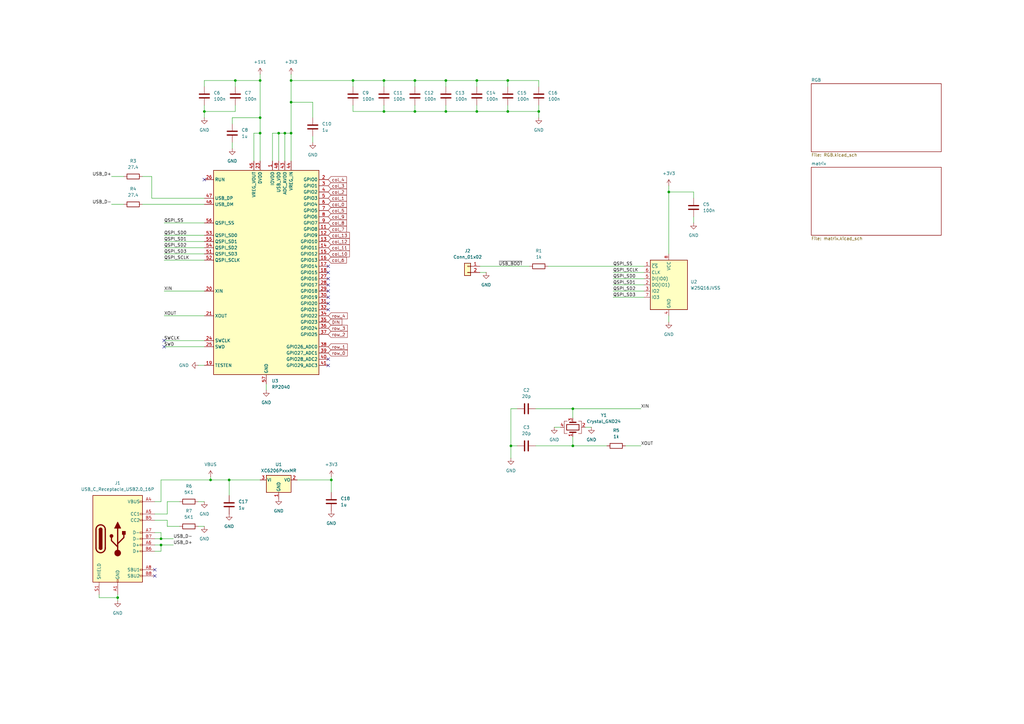
<source format=kicad_sch>
(kicad_sch (version 20231120) (generator "eeschema") (generator_version "8.0")
  (paper "A3")
  (lib_symbols
    (symbol "Connector:USB_C_Receptacle_USB2.0_16P" (pin_names (offset 1.016))
      (property "Reference" "J" (at 0 22.225 0))
      (property "Value" "USB_C_Receptacle_USB2.0_16P" (at 0 19.685 0))
      (symbol "USB_C_Receptacle_USB2.0_16P_0_0"
        (rectangle (start -0.254 -17.78) (end 0.254 -16.764))
        (rectangle (start 10.16 -14.986) (end 9.144 -15.494))
        (rectangle (start 10.16 -12.446) (end 9.144 -12.954))
        (rectangle (start 10.16 -4.826) (end 9.144 -5.334))
        (rectangle (start 10.16 -2.286) (end 9.144 -2.794))
        (rectangle (start 10.16 0.254) (end 9.144 -0.254))
        (rectangle (start 10.16 2.794) (end 9.144 2.286))
        (rectangle (start 10.16 7.874) (end 9.144 7.366))
        (rectangle (start 10.16 10.414) (end 9.144 9.906))
        (rectangle (start 10.16 15.494) (end 9.144 14.986))
      )
      (symbol "USB_C_Receptacle_USB2.0_16P_0_1"
        (rectangle (start -10.16 17.78) (end 10.16 -17.78) (stroke (width 0.254)) (fill (type background)))
        (arc (start -8.89 -3.81) (mid -6.985 -5.7067) (end -5.08 -3.81) (stroke (width 0.508)))
        (arc (start -7.62 -3.81) (mid -6.985 -4.4423) (end -6.35 -3.81) (stroke (width 0.254)))
        (arc (start -7.62 -3.81) (mid -6.985 -4.4423) (end -6.35 -3.81) (stroke (width 0.254)) (fill (type outline)))
        (rectangle (start -7.62 -3.81) (end -6.35 3.81) (stroke (width 0.254)) (fill (type outline)))
        (arc (start -6.35 3.81) (mid -6.985 4.4423) (end -7.62 3.81) (stroke (width 0.254)))
        (arc (start -6.35 3.81) (mid -6.985 4.4423) (end -7.62 3.81) (stroke (width 0.254)) (fill (type outline)))
        (arc (start -5.08 3.81) (mid -6.985 5.7067) (end -8.89 3.81) (stroke (width 0.508)))
        (circle (center -2.54 1.143) (radius 0.635) (stroke (width 0.254)) (fill (type outline)))
        (circle (center 0 -5.842) (radius 1.27) (fill (type outline)))
        (polyline (pts (xy -8.89 -3.81) (xy -8.89 3.81)) (stroke (width 0.508)))
        (polyline (pts (xy -5.08 3.81) (xy -5.08 -3.81)) (stroke (width 0.508)))
        (polyline (pts (xy 0 -5.842) (xy 0 4.318)) (stroke (width 0.508)))
        (polyline (pts (xy 0 -3.302) (xy -2.54 -0.762) (xy -2.54 0.508)) (stroke (width 0.508)))
        (polyline (pts (xy 0 -2.032) (xy 2.54 0.508) (xy 2.54 1.778)) (stroke (width 0.508)))
        (polyline (pts (xy -1.27 4.318) (xy 0 6.858) (xy 1.27 4.318) (xy -1.27 4.318)) (stroke (width 0.254)) (fill (type outline)))
        (rectangle (start 1.905 1.778) (end 3.175 3.048) (stroke (width 0.254)) (fill (type outline)))
      )
      (symbol "USB_C_Receptacle_USB2.0_16P_1_1"
        (pin passive line (at 0 -22.86 90) (length 5.08) (name "GND") (number "A1"))
        (pin passive line (at 0 -22.86 90) (length 5.08) hide (name "GND") (number "A12"))
        (pin passive line (at 15.24 15.24 180) (length 5.08) (name "VBUS") (number "A4"))
        (pin bidirectional line (at 15.24 10.16 180) (length 5.08) (name "CC1") (number "A5"))
        (pin bidirectional line (at 15.24 -2.54 180) (length 5.08) (name "D+") (number "A6"))
        (pin bidirectional line (at 15.24 2.54 180) (length 5.08) (name "D-") (number "A7"))
        (pin bidirectional line (at 15.24 -12.7 180) (length 5.08) (name "SBU1") (number "A8"))
        (pin passive line (at 15.24 15.24 180) (length 5.08) hide (name "VBUS") (number "A9"))
        (pin passive line (at 0 -22.86 90) (length 5.08) hide (name "GND") (number "B1"))
        (pin passive line (at 0 -22.86 90) (length 5.08) hide (name "GND") (number "B12"))
        (pin passive line (at 15.24 15.24 180) (length 5.08) hide (name "VBUS") (number "B4"))
        (pin bidirectional line (at 15.24 7.62 180) (length 5.08) (name "CC2") (number "B5"))
        (pin bidirectional line (at 15.24 -5.08 180) (length 5.08) (name "D+") (number "B6"))
        (pin bidirectional line (at 15.24 0 180) (length 5.08) (name "D-") (number "B7"))
        (pin bidirectional line (at 15.24 -15.24 180) (length 5.08) (name "SBU2") (number "B8"))
        (pin passive line (at 15.24 15.24 180) (length 5.08) hide (name "VBUS") (number "B9"))
        (pin passive line (at -7.62 -22.86 90) (length 5.08) (name "SHIELD") (number "S1"))
      )
    )
    (symbol "Connector_Generic:Conn_01x02" (pin_names (offset 1.016) hide)
      (property "Reference" "J" (at 0 2.54 0))
      (property "Value" "Conn_01x02" (at 0 -5.08 0))
      (symbol "Conn_01x02_1_1"
        (rectangle (start -1.27 -2.413) (end 0 -2.667) (stroke (width 0.1524)))
        (rectangle (start -1.27 0.127) (end 0 -0.127) (stroke (width 0.1524)))
        (rectangle (start -1.27 1.27) (end 1.27 -3.81) (stroke (width 0.254)) (fill (type background)))
        (pin passive line (at -5.08 0 0) (length 3.81) (name "Pin_1") (number "1"))
        (pin passive line (at -5.08 -2.54 0) (length 3.81) (name "Pin_2") (number "2"))
      )
    )
    (symbol "Device:C" (pin_numbers hide) (pin_names (offset 0.254))
      (property "Reference" "C" (at 0.635 2.54 0))
      (property "Value" "C" (at 0.635 -2.54 0))
      (symbol "C_0_1"
        (polyline (pts (xy -2.032 -0.762) (xy 2.032 -0.762)) (stroke (width 0.508)))
        (polyline (pts (xy -2.032 0.762) (xy 2.032 0.762)) (stroke (width 0.508)))
      )
      (symbol "C_1_1"
        (pin passive line (at 0 3.81 270) (length 2.794) (name "~") (number "1"))
        (pin passive line (at 0 -3.81 90) (length 2.794) (name "~") (number "2"))
      )
    )
    (symbol "Device:Crystal_GND24" (pin_names (offset 1.016) hide)
      (property "Reference" "Y" (at 3.175 5.08 0))
      (property "Value" "Crystal_GND24" (at 3.175 3.175 0))
      (symbol "Crystal_GND24_0_1"
        (rectangle (start -1.143 2.54) (end 1.143 -2.54) (stroke (width 0.3048)))
        (polyline (pts (xy -2.54 0) (xy -2.032 0)))
        (polyline (pts (xy -2.032 -1.27) (xy -2.032 1.27)) (stroke (width 0.508)))
        (polyline (pts (xy 0 -3.81) (xy 0 -3.556)))
        (polyline (pts (xy 0 3.556) (xy 0 3.81)))
        (polyline (pts (xy 2.032 -1.27) (xy 2.032 1.27)) (stroke (width 0.508)))
        (polyline (pts (xy 2.032 0) (xy 2.54 0)))
        (polyline (pts (xy -2.54 -2.286) (xy -2.54 -3.556) (xy 2.54 -3.556) (xy 2.54 -2.286)))
        (polyline (pts (xy -2.54 2.286) (xy -2.54 3.556) (xy 2.54 3.556) (xy 2.54 2.286)))
      )
      (symbol "Crystal_GND24_1_1"
        (pin passive line (at -3.81 0 0) (length 1.27) (name "1") (number "1"))
        (pin passive line (at 0 5.08 270) (length 1.27) (name "2") (number "2"))
        (pin passive line (at 3.81 0 180) (length 1.27) (name "3") (number "3"))
        (pin passive line (at 0 -5.08 90) (length 1.27) (name "4") (number "4"))
      )
    )
    (symbol "Device:R" (pin_numbers hide) (pin_names (offset 0))
      (property "Reference" "R" (at 2.032 0 90))
      (property "Value" "R" (at 0 0 90))
      (symbol "R_0_1"
        (rectangle (start -1.016 -2.54) (end 1.016 2.54) (stroke (width 0.254)))
      )
      (symbol "R_1_1"
        (pin passive line (at 0 3.81 270) (length 1.27) (name "~") (number "1"))
        (pin passive line (at 0 -3.81 90) (length 1.27) (name "~") (number "2"))
      )
    )
    (symbol "MCU_RaspberryPi:RP2040"
      (property "Reference" "U" (at 17.78 45.72 0))
      (property "Value" "RP2040" (at 17.78 43.18 0))
      (symbol "RP2040_0_1"
        (rectangle (start -21.59 41.91) (end 21.59 -41.91) (stroke (width 0.254)) (fill (type background)))
      )
      (symbol "RP2040_1_1"
        (pin power_in line (at 2.54 45.72 270) (length 3.81) (name "IOVDD") (number "1"))
        (pin passive line (at 2.54 45.72 270) (length 3.81) hide (name "IOVDD") (number "10"))
        (pin bidirectional line (at 25.4 17.78 180) (length 3.81) (name "GPIO8") (number "11"))
        (pin bidirectional line (at 25.4 15.24 180) (length 3.81) (name "GPIO9") (number "12"))
        (pin bidirectional line (at 25.4 12.7 180) (length 3.81) (name "GPIO10") (number "13"))
        (pin bidirectional line (at 25.4 10.16 180) (length 3.81) (name "GPIO11") (number "14"))
        (pin bidirectional line (at 25.4 7.62 180) (length 3.81) (name "GPIO12") (number "15"))
        (pin bidirectional line (at 25.4 5.08 180) (length 3.81) (name "GPIO13") (number "16"))
        (pin bidirectional line (at 25.4 2.54 180) (length 3.81) (name "GPIO14") (number "17"))
        (pin bidirectional line (at 25.4 0 180) (length 3.81) (name "GPIO15") (number "18"))
        (pin input line (at -25.4 -38.1 0) (length 3.81) (name "TESTEN") (number "19"))
        (pin bidirectional line (at 25.4 38.1 180) (length 3.81) (name "GPIO0") (number "2"))
        (pin input line (at -25.4 -7.62 0) (length 3.81) (name "XIN") (number "20"))
        (pin passive line (at -25.4 -17.78 0) (length 3.81) (name "XOUT") (number "21"))
        (pin passive line (at 2.54 45.72 270) (length 3.81) hide (name "IOVDD") (number "22"))
        (pin power_in line (at -2.54 45.72 270) (length 3.81) (name "DVDD") (number "23"))
        (pin input line (at -25.4 -27.94 0) (length 3.81) (name "SWCLK") (number "24"))
        (pin bidirectional line (at -25.4 -30.48 0) (length 3.81) (name "SWD") (number "25"))
        (pin input line (at -25.4 38.1 0) (length 3.81) (name "RUN") (number "26"))
        (pin bidirectional line (at 25.4 -2.54 180) (length 3.81) (name "GPIO16") (number "27"))
        (pin bidirectional line (at 25.4 -5.08 180) (length 3.81) (name "GPIO17") (number "28"))
        (pin bidirectional line (at 25.4 -7.62 180) (length 3.81) (name "GPIO18") (number "29"))
        (pin bidirectional line (at 25.4 35.56 180) (length 3.81) (name "GPIO1") (number "3"))
        (pin bidirectional line (at 25.4 -10.16 180) (length 3.81) (name "GPIO19") (number "30"))
        (pin bidirectional line (at 25.4 -12.7 180) (length 3.81) (name "GPIO20") (number "31"))
        (pin bidirectional line (at 25.4 -15.24 180) (length 3.81) (name "GPIO21") (number "32"))
        (pin passive line (at 2.54 45.72 270) (length 3.81) hide (name "IOVDD") (number "33"))
        (pin bidirectional line (at 25.4 -17.78 180) (length 3.81) (name "GPIO22") (number "34"))
        (pin bidirectional line (at 25.4 -20.32 180) (length 3.81) (name "GPIO23") (number "35"))
        (pin bidirectional line (at 25.4 -22.86 180) (length 3.81) (name "GPIO24") (number "36"))
        (pin bidirectional line (at 25.4 -25.4 180) (length 3.81) (name "GPIO25") (number "37"))
        (pin bidirectional line (at 25.4 -30.48 180) (length 3.81) (name "GPIO26_ADC0") (number "38"))
        (pin bidirectional line (at 25.4 -33.02 180) (length 3.81) (name "GPIO27_ADC1") (number "39"))
        (pin bidirectional line (at 25.4 33.02 180) (length 3.81) (name "GPIO2") (number "4"))
        (pin bidirectional line (at 25.4 -35.56 180) (length 3.81) (name "GPIO28_ADC2") (number "40"))
        (pin bidirectional line (at 25.4 -38.1 180) (length 3.81) (name "GPIO29_ADC3") (number "41"))
        (pin passive line (at 2.54 45.72 270) (length 3.81) hide (name "IOVDD") (number "42"))
        (pin power_in line (at 7.62 45.72 270) (length 3.81) (name "ADC_AVDD") (number "43"))
        (pin power_in line (at 10.16 45.72 270) (length 3.81) (name "VREG_IN") (number "44"))
        (pin power_out line (at -5.08 45.72 270) (length 3.81) (name "VREG_VOUT") (number "45"))
        (pin bidirectional line (at -25.4 27.94 0) (length 3.81) (name "USB_DM") (number "46"))
        (pin bidirectional line (at -25.4 30.48 0) (length 3.81) (name "USB_DP") (number "47"))
        (pin power_in line (at 5.08 45.72 270) (length 3.81) (name "USB_VDD") (number "48"))
        (pin passive line (at 2.54 45.72 270) (length 3.81) hide (name "IOVDD") (number "49"))
        (pin bidirectional line (at 25.4 30.48 180) (length 3.81) (name "GPIO3") (number "5"))
        (pin passive line (at -2.54 45.72 270) (length 3.81) hide (name "DVDD") (number "50"))
        (pin bidirectional line (at -25.4 7.62 0) (length 3.81) (name "QSPI_SD3") (number "51"))
        (pin output line (at -25.4 5.08 0) (length 3.81) (name "QSPI_SCLK") (number "52"))
        (pin bidirectional line (at -25.4 15.24 0) (length 3.81) (name "QSPI_SD0") (number "53"))
        (pin bidirectional line (at -25.4 10.16 0) (length 3.81) (name "QSPI_SD2") (number "54"))
        (pin bidirectional line (at -25.4 12.7 0) (length 3.81) (name "QSPI_SD1") (number "55"))
        (pin bidirectional line (at -25.4 20.32 0) (length 3.81) (name "QSPI_SS") (number "56"))
        (pin power_in line (at 0 -45.72 90) (length 3.81) (name "GND") (number "57"))
        (pin bidirectional line (at 25.4 27.94 180) (length 3.81) (name "GPIO4") (number "6"))
        (pin bidirectional line (at 25.4 25.4 180) (length 3.81) (name "GPIO5") (number "7"))
        (pin bidirectional line (at 25.4 22.86 180) (length 3.81) (name "GPIO6") (number "8"))
        (pin bidirectional line (at 25.4 20.32 180) (length 3.81) (name "GPIO7") (number "9"))
      )
    )
    (symbol "Memory_Flash:W25Q16JVSS"
      (property "Reference" "U" (at -6.35 11.43 0))
      (property "Value" "W25Q16JVSS" (at 7.62 11.43 0))
      (symbol "W25Q16JVSS_0_1"
        (rectangle (start -7.62 10.16) (end 7.62 -10.16) (stroke (width 0.254)) (fill (type background)))
      )
      (symbol "W25Q16JVSS_1_1"
        (pin input line (at -10.16 7.62 0) (length 2.54) (name "~{CS}") (number "1"))
        (pin bidirectional line (at -10.16 0 0) (length 2.54) (name "DO(IO1)") (number "2"))
        (pin bidirectional line (at -10.16 -2.54 0) (length 2.54) (name "IO2") (number "3"))
        (pin power_in line (at 0 -12.7 90) (length 2.54) (name "GND") (number "4"))
        (pin bidirectional line (at -10.16 2.54 0) (length 2.54) (name "DI(IO0)") (number "5"))
        (pin input line (at -10.16 5.08 0) (length 2.54) (name "CLK") (number "6"))
        (pin bidirectional line (at -10.16 -5.08 0) (length 2.54) (name "IO3") (number "7"))
        (pin power_in line (at 0 12.7 270) (length 2.54) (name "VCC") (number "8"))
      )
    )
    (symbol "Regulator_Linear:XC6206PxxxMR" (pin_names (offset 0.254))
      (property "Reference" "U" (at -3.81 3.175 0))
      (property "Value" "XC6206PxxxMR" (at 0 3.175 0))
      (symbol "XC6206PxxxMR_0_1"
        (rectangle (start -5.08 1.905) (end 5.08 -5.08) (stroke (width 0.254)) (fill (type background)))
      )
      (symbol "XC6206PxxxMR_1_1"
        (pin power_in line (at 0 -7.62 90) (length 2.54) (name "GND") (number "1"))
        (pin power_out line (at 7.62 0 180) (length 2.54) (name "VO") (number "2"))
        (pin power_in line (at -7.62 0 0) (length 2.54) (name "VI") (number "3"))
      )
    )
    (symbol "power:+1V1" (power) (pin_numbers hide) (pin_names (offset 0) hide)
      (property "Value" "+1V1" (at 0 3.556 0))
      (symbol "+1V1_0_1"
        (polyline (pts (xy -0.762 1.27) (xy 0 2.54)))
        (polyline (pts (xy 0 0) (xy 0 2.54)))
        (polyline (pts (xy 0 2.54) (xy 0.762 1.27)))
      )
      (symbol "+1V1_1_1"
        (pin power_in line (at 0 0 90) (length 0) (name "~") (number "1"))
      )
    )
    (symbol "power:+3V3" (power) (pin_numbers hide) (pin_names (offset 0) hide)
      (property "Value" "+3V3" (at 0 3.556 0))
      (symbol "+3V3_0_1"
        (polyline (pts (xy -0.762 1.27) (xy 0 2.54)))
        (polyline (pts (xy 0 0) (xy 0 2.54)))
        (polyline (pts (xy 0 2.54) (xy 0.762 1.27)))
      )
      (symbol "+3V3_1_1"
        (pin power_in line (at 0 0 90) (length 0) (name "~") (number "1"))
      )
    )
    (symbol "power:GND" (power) (pin_numbers hide) (pin_names (offset 0) hide)
      (property "Value" "GND" (at 0 -3.81 0))
      (symbol "GND_0_1"
        (polyline (pts (xy 0 0) (xy 0 -1.27) (xy 1.27 -1.27) (xy 0 -2.54) (xy -1.27 -1.27) (xy 0 -1.27)))
      )
      (symbol "GND_1_1"
        (pin power_in line (at 0 0 270) (length 0) (name "~") (number "1"))
      )
    )
    (symbol "power:VBUS" (power) (pin_numbers hide) (pin_names (offset 0) hide)
      (property "Value" "VBUS" (at 0 3.556 0))
      (symbol "VBUS_0_1"
        (polyline (pts (xy -0.762 1.27) (xy 0 2.54)))
        (polyline (pts (xy 0 0) (xy 0 2.54)))
        (polyline (pts (xy 0 2.54) (xy 0.762 1.27)))
      )
      (symbol "VBUS_1_1"
        (pin power_in line (at 0 0 90) (length 0) (name "~") (number "1"))
      )
    )
  )
  (junction (at 209.55 182.88))
  (junction (at 66.04 220.98))
  (junction (at 234.95 167.64))
  (junction (at 119.38 33.02))
  (junction (at 220.98 45.72))
  (junction (at 208.28 33.02))
  (junction (at 83.82 45.72))
  (junction (at 274.32 78.74))
  (junction (at 157.48 33.02))
  (junction (at 234.95 182.88))
  (junction (at 119.38 54.61))
  (junction (at 144.78 33.02))
  (junction (at 66.04 223.52))
  (junction (at 170.18 33.02))
  (junction (at 135.89 196.85))
  (junction (at 106.68 33.02))
  (junction (at 114.3 54.61))
  (junction (at 106.68 54.61))
  (junction (at 182.88 45.72))
  (junction (at 48.26 245.11))
  (junction (at 116.84 54.61))
  (junction (at 119.38 41.91))
  (junction (at 157.48 45.72))
  (junction (at 96.52 33.02))
  (junction (at 93.98 196.85))
  (junction (at 182.88 33.02))
  (junction (at 170.18 45.72))
  (junction (at 106.68 48.26))
  (junction (at 195.58 33.02))
  (junction (at 195.58 45.72))
  (junction (at 86.36 196.85))
  (junction (at 208.28 45.72))
  (no_connect (at 134.62 111.76))
  (no_connect (at 134.62 114.3))
  (no_connect (at 134.62 124.46))
  (no_connect (at 134.62 149.86))
  (no_connect (at 134.62 147.32))
  (no_connect (at 134.62 116.84))
  (no_connect (at 134.62 127))
  (no_connect (at 63.5 233.68))
  (no_connect (at 67.31 142.24))
  (no_connect (at 134.62 119.38))
  (no_connect (at 67.31 139.7))
  (no_connect (at 83.82 73.66))
  (no_connect (at 134.62 121.92))
  (no_connect (at 63.5 236.22))
  (no_connect (at 134.62 109.22))
  (wire (pts (xy 116.84 54.61) (xy 119.38 54.61)))
  (wire (pts (xy 106.68 30.48) (xy 106.68 33.02)))
  (wire (pts (xy 106.68 33.02) (xy 106.68 48.26)))
  (wire (pts (xy 234.95 179.07) (xy 234.95 182.88)))
  (wire (pts (xy 67.31 129.54) (xy 83.82 129.54)))
  (wire (pts (xy 128.27 41.91) (xy 119.38 41.91)))
  (wire (pts (xy 251.46 119.38) (xy 264.16 119.38)))
  (wire (pts (xy 182.88 33.02) (xy 195.58 33.02)))
  (wire (pts (xy 128.27 48.26) (xy 128.27 41.91)))
  (wire (pts (xy 68.58 215.9) (xy 73.66 215.9)))
  (wire (pts (xy 81.28 205.74) (xy 83.82 205.74)))
  (wire (pts (xy 182.88 45.72) (xy 195.58 45.72)))
  (wire (pts (xy 208.28 33.02) (xy 220.98 33.02)))
  (wire (pts (xy 219.71 167.64) (xy 234.95 167.64)))
  (wire (pts (xy 63.5 226.06) (xy 66.04 226.06)))
  (wire (pts (xy 93.98 196.85) (xy 93.98 203.2)))
  (wire (pts (xy 67.31 96.52) (xy 83.82 96.52)))
  (wire (pts (xy 63.5 213.36) (xy 68.58 213.36)))
  (wire (pts (xy 170.18 33.02) (xy 170.18 35.56)))
  (wire (pts (xy 196.85 111.76) (xy 199.39 111.76)))
  (wire (pts (xy 135.89 196.85) (xy 135.89 201.93)))
  (wire (pts (xy 66.04 218.44) (xy 66.04 220.98)))
  (wire (pts (xy 208.28 43.18) (xy 208.28 45.72)))
  (wire (pts (xy 58.42 72.39) (xy 62.23 72.39)))
  (wire (pts (xy 119.38 33.02) (xy 144.78 33.02)))
  (wire (pts (xy 81.28 215.9) (xy 83.82 215.9)))
  (wire (pts (xy 63.5 210.82) (xy 68.58 210.82)))
  (wire (pts (xy 62.23 81.28) (xy 62.23 72.39)))
  (wire (pts (xy 68.58 205.74) (xy 73.66 205.74)))
  (wire (pts (xy 63.5 223.52) (xy 66.04 223.52)))
  (wire (pts (xy 114.3 54.61) (xy 116.84 54.61)))
  (wire (pts (xy 106.68 54.61) (xy 106.68 66.04)))
  (wire (pts (xy 209.55 182.88) (xy 212.09 182.88)))
  (wire (pts (xy 67.31 106.68) (xy 83.82 106.68)))
  (wire (pts (xy 220.98 33.02) (xy 220.98 35.56)))
  (wire (pts (xy 157.48 43.18) (xy 157.48 45.72)))
  (wire (pts (xy 83.82 81.28) (xy 62.23 81.28)))
  (wire (pts (xy 83.82 45.72) (xy 83.82 48.26)))
  (wire (pts (xy 67.31 91.44) (xy 83.82 91.44)))
  (wire (pts (xy 135.89 195.58) (xy 135.89 196.85)))
  (wire (pts (xy 209.55 167.64) (xy 209.55 182.88)))
  (wire (pts (xy 212.09 167.64) (xy 209.55 167.64)))
  (wire (pts (xy 83.82 33.02) (xy 96.52 33.02)))
  (wire (pts (xy 83.82 35.56) (xy 83.82 33.02)))
  (wire (pts (xy 66.04 205.74) (xy 63.5 205.74)))
  (wire (pts (xy 284.48 78.74) (xy 274.32 78.74)))
  (wire (pts (xy 67.31 119.38) (xy 83.82 119.38)))
  (wire (pts (xy 224.79 109.22) (xy 264.16 109.22)))
  (wire (pts (xy 234.95 167.64) (xy 234.95 171.45)))
  (wire (pts (xy 63.5 218.44) (xy 66.04 218.44)))
  (wire (pts (xy 121.92 196.85) (xy 135.89 196.85)))
  (wire (pts (xy 182.88 33.02) (xy 182.88 35.56)))
  (wire (pts (xy 67.31 101.6) (xy 83.82 101.6)))
  (wire (pts (xy 234.95 167.64) (xy 262.89 167.64)))
  (wire (pts (xy 284.48 88.9) (xy 284.48 91.44)))
  (wire (pts (xy 256.54 182.88) (xy 262.89 182.88)))
  (wire (pts (xy 45.72 72.39) (xy 50.8 72.39)))
  (wire (pts (xy 95.25 50.8) (xy 95.25 48.26)))
  (wire (pts (xy 227.33 175.26) (xy 229.87 175.26)))
  (wire (pts (xy 157.48 45.72) (xy 170.18 45.72)))
  (wire (pts (xy 111.76 66.04) (xy 111.76 54.61)))
  (wire (pts (xy 45.72 83.82) (xy 50.8 83.82)))
  (wire (pts (xy 195.58 33.02) (xy 208.28 33.02)))
  (wire (pts (xy 109.22 157.48) (xy 109.22 160.02)))
  (wire (pts (xy 63.5 220.98) (xy 66.04 220.98)))
  (wire (pts (xy 251.46 116.84) (xy 264.16 116.84)))
  (wire (pts (xy 170.18 43.18) (xy 170.18 45.72)))
  (wire (pts (xy 144.78 33.02) (xy 157.48 33.02)))
  (wire (pts (xy 220.98 45.72) (xy 220.98 48.26)))
  (wire (pts (xy 95.25 58.42) (xy 95.25 60.96)))
  (wire (pts (xy 240.03 175.26) (xy 242.57 175.26)))
  (wire (pts (xy 58.42 83.82) (xy 83.82 83.82)))
  (wire (pts (xy 86.36 195.58) (xy 86.36 196.85)))
  (wire (pts (xy 251.46 121.92) (xy 264.16 121.92)))
  (wire (pts (xy 144.78 45.72) (xy 157.48 45.72)))
  (wire (pts (xy 208.28 45.72) (xy 220.98 45.72)))
  (wire (pts (xy 284.48 81.28) (xy 284.48 78.74)))
  (wire (pts (xy 68.58 213.36) (xy 68.58 215.9)))
  (wire (pts (xy 157.48 33.02) (xy 157.48 35.56)))
  (wire (pts (xy 83.82 43.18) (xy 83.82 45.72)))
  (wire (pts (xy 66.04 196.85) (xy 86.36 196.85)))
  (wire (pts (xy 67.31 142.24) (xy 83.82 142.24)))
  (wire (pts (xy 104.14 54.61) (xy 104.14 66.04)))
  (wire (pts (xy 116.84 66.04) (xy 116.84 54.61)))
  (wire (pts (xy 67.31 99.06) (xy 83.82 99.06)))
  (wire (pts (xy 220.98 45.72) (xy 220.98 43.18)))
  (wire (pts (xy 274.32 76.2) (xy 274.32 78.74)))
  (wire (pts (xy 96.52 45.72) (xy 96.52 43.18)))
  (wire (pts (xy 128.27 55.88) (xy 128.27 58.42)))
  (wire (pts (xy 170.18 45.72) (xy 182.88 45.72)))
  (wire (pts (xy 83.82 45.72) (xy 96.52 45.72)))
  (wire (pts (xy 196.85 109.22) (xy 217.17 109.22)))
  (wire (pts (xy 106.68 48.26) (xy 106.68 54.61)))
  (wire (pts (xy 144.78 35.56) (xy 144.78 33.02)))
  (wire (pts (xy 111.76 54.61) (xy 114.3 54.61)))
  (wire (pts (xy 67.31 104.14) (xy 83.82 104.14)))
  (wire (pts (xy 48.26 245.11) (xy 48.26 246.38)))
  (wire (pts (xy 81.28 149.86) (xy 83.82 149.86)))
  (wire (pts (xy 208.28 33.02) (xy 208.28 35.56)))
  (wire (pts (xy 104.14 54.61) (xy 106.68 54.61)))
  (wire (pts (xy 234.95 182.88) (xy 219.71 182.88)))
  (wire (pts (xy 40.64 245.11) (xy 48.26 245.11)))
  (wire (pts (xy 119.38 30.48) (xy 119.38 33.02)))
  (wire (pts (xy 68.58 210.82) (xy 68.58 205.74)))
  (wire (pts (xy 209.55 187.96) (xy 209.55 182.88)))
  (wire (pts (xy 182.88 43.18) (xy 182.88 45.72)))
  (wire (pts (xy 195.58 43.18) (xy 195.58 45.72)))
  (wire (pts (xy 67.31 139.7) (xy 83.82 139.7)))
  (wire (pts (xy 40.64 243.84) (xy 40.64 245.11)))
  (wire (pts (xy 66.04 226.06) (xy 66.04 223.52)))
  (wire (pts (xy 274.32 129.54) (xy 274.32 132.08)))
  (wire (pts (xy 274.32 78.74) (xy 274.32 104.14)))
  (wire (pts (xy 66.04 223.52) (xy 71.12 223.52)))
  (wire (pts (xy 96.52 33.02) (xy 96.52 35.56)))
  (wire (pts (xy 234.95 182.88) (xy 248.92 182.88)))
  (wire (pts (xy 48.26 243.84) (xy 48.26 245.11)))
  (wire (pts (xy 66.04 220.98) (xy 71.12 220.98)))
  (wire (pts (xy 119.38 54.61) (xy 119.38 41.91)))
  (wire (pts (xy 114.3 66.04) (xy 114.3 54.61)))
  (wire (pts (xy 251.46 114.3) (xy 264.16 114.3)))
  (wire (pts (xy 251.46 111.76) (xy 264.16 111.76)))
  (wire (pts (xy 170.18 33.02) (xy 182.88 33.02)))
  (wire (pts (xy 106.68 196.85) (xy 93.98 196.85)))
  (wire (pts (xy 95.25 48.26) (xy 106.68 48.26)))
  (wire (pts (xy 119.38 66.04) (xy 119.38 54.61)))
  (wire (pts (xy 66.04 196.85) (xy 66.04 205.74)))
  (wire (pts (xy 157.48 33.02) (xy 170.18 33.02)))
  (wire (pts (xy 195.58 45.72) (xy 208.28 45.72)))
  (wire (pts (xy 96.52 33.02) (xy 106.68 33.02)))
  (wire (pts (xy 195.58 33.02) (xy 195.58 35.56)))
  (wire (pts (xy 144.78 43.18) (xy 144.78 45.72)))
  (wire (pts (xy 86.36 196.85) (xy 93.98 196.85)))
  (wire (pts (xy 119.38 41.91) (xy 119.38 33.02)))
  (label "XIN" (at 262.89 167.64 0))
  (label "QSPI_SD0" (at 67.31 96.52 0))
  (label "SWCLK" (at 67.31 139.7 0))
  (label "QSPI_SS" (at 251.46 109.22 0))
  (label "XOUT" (at 67.31 129.54 0))
  (label "QSPI_SCLK" (at 67.31 106.68 0))
  (label "QSPI_SD2" (at 67.31 101.6 0))
  (label "QSPI_SD1" (at 67.31 99.06 0))
  (label "QSPI_SD1" (at 251.46 116.84 0))
  (label "QSPI_SCLK" (at 251.46 111.76 0))
  (label "QSPI_SS" (at 67.31 91.44 0))
  (label "USB_D+" (at 71.12 223.52 0))
  (label "XOUT" (at 262.89 182.88 0))
  (label "USB_D+" (at 45.72 72.39 180))
  (label "SWD" (at 67.31 142.24 0))
  (label "QSPI_SD3" (at 251.46 121.92 0))
  (label "XIN" (at 67.31 119.38 0))
  (label "USB_D-" (at 71.12 220.98 0))
  (label "QSPI_SD0" (at 251.46 114.3 0))
  (label "QSPI_SD2" (at 251.46 119.38 0))
  (label "~{USB_BOOT}" (at 204.47 109.22 0))
  (label "QSPI_SD3" (at 67.31 104.14 0))
  (label "USB_D-" (at 45.72 83.82 180))
  (global_label "col_11" (shape input) (at 134.62 101.6 0) (property "Intersheetrefs" "${INTERSHEET_REFS}" (effects (hide yes))))
  (global_label "col_0" (shape input) (at 134.62 83.82 0) (property "Intersheetrefs" "${INTERSHEET_REFS}" (effects (hide yes))))
  (global_label "row_2" (shape input) (at 134.62 137.16 0) (property "Intersheetrefs" "${INTERSHEET_REFS}" (effects (hide yes))))
  (global_label "col_10" (shape input) (at 134.62 104.14 0) (property "Intersheetrefs" "${INTERSHEET_REFS}" (effects (hide yes))))
  (global_label "col_7" (shape input) (at 134.62 93.98 0) (property "Intersheetrefs" "${INTERSHEET_REFS}" (effects (hide yes))))
  (global_label "col_1" (shape input) (at 134.62 81.28 0) (property "Intersheetrefs" "${INTERSHEET_REFS}" (effects (hide yes))))
  (global_label "col_13" (shape input) (at 134.62 96.52 0) (property "Intersheetrefs" "${INTERSHEET_REFS}" (effects (hide yes))))
  (global_label "col_12" (shape input) (at 134.62 99.06 0) (property "Intersheetrefs" "${INTERSHEET_REFS}" (effects (hide yes))))
  (global_label "row_1" (shape input) (at 134.62 142.24 0) (property "Intersheetrefs" "${INTERSHEET_REFS}" (effects (hide yes))))
  (global_label "col_5" (shape input) (at 134.62 86.36 0) (property "Intersheetrefs" "${INTERSHEET_REFS}" (effects (hide yes))))
  (global_label "col_9" (shape input) (at 134.62 88.9 0) (property "Intersheetrefs" "${INTERSHEET_REFS}" (effects (hide yes))))
  (global_label "row_0" (shape input) (at 134.62 144.78 0) (property "Intersheetrefs" "${INTERSHEET_REFS}" (effects (hide yes))))
  (global_label "col_3" (shape input) (at 134.62 76.2 0) (property "Intersheetrefs" "${INTERSHEET_REFS}" (effects (hide yes))))
  (global_label "row_3" (shape input) (at 134.62 134.62 0) (property "Intersheetrefs" "${INTERSHEET_REFS}" (effects (hide yes))))
  (global_label "col_4" (shape input) (at 134.62 73.66 0) (property "Intersheetrefs" "${INTERSHEET_REFS}" (effects (hide yes))))
  (global_label "col_2" (shape input) (at 134.62 78.74 0) (property "Intersheetrefs" "${INTERSHEET_REFS}" (effects (hide yes))))
  (global_label "col_8" (shape input) (at 134.62 91.44 0) (property "Intersheetrefs" "${INTERSHEET_REFS}" (effects (hide yes))))
  (global_label "DIN" (shape input) (at 134.62 132.08 0) (property "Intersheetrefs" "${INTERSHEET_REFS}" (effects (hide yes))))
  (global_label "col_6" (shape input) (at 134.62 106.68 0) (property "Intersheetrefs" "${INTERSHEET_REFS}" (effects (hide yes))))
  (global_label "row_4" (shape input) (at 134.62 129.54 0) (property "Intersheetrefs" "${INTERSHEET_REFS}" (effects (hide yes))))
  (symbol (lib_id "power:GND") (at 284.48 91.44 0) (unit 1)
    (property "Reference" "#PWR013" (effects (hide yes)))
    (property "Value" "GND" (at 284.48 96.52 0))
    (property "Description" "Power symbol creates a global label with name \"GND\" , ground" (effects (hide yes)))
  )
  (symbol (lib_id "Device:C") (at 135.89 205.74 0) (unit 1)
    (property "Reference" "C18" (at 139.7 204.4699 0) (effects (justify left)))
    (property "Value" "1u" (at 139.7 207.0099 0) (effects (justify left)))
    (property "Footprint" "Capacitor_SMD:C_0402_1005Metric" (effects (hide yes)))
    (property "Description" "Unpolarized capacitor" (effects (hide yes)))
  )
  (symbol (lib_id "Device:C") (at 96.52 39.37 0) (unit 1)
    (property "Reference" "C7" (at 100.33 38.0999 0) (effects (justify left)))
    (property "Value" "100n" (at 100.33 40.6399 0) (effects (justify left)))
    (property "Footprint" "Capacitor_SMD:C_0402_1005Metric" (effects (hide yes)))
    (property "Description" "Unpolarized capacitor" (effects (hide yes)))
  )
  (symbol (lib_id "power:GND") (at 209.55 187.96 0) (unit 1)
    (property "Reference" "#PWR017" (effects (hide yes)))
    (property "Value" "GND" (at 209.55 193.04 0))
    (property "Description" "Power symbol creates a global label with name \"GND\" , ground" (effects (hide yes)))
  )
  (symbol (lib_id "power:GND") (at 83.82 215.9 0) (unit 1)
    (property "Reference" "#PWR023" (effects (hide yes)))
    (property "Value" "GND" (at 83.82 220.98 0))
    (property "Description" "Power symbol creates a global label with name \"GND\" , ground" (effects (hide yes)))
  )
  (symbol (lib_id "Device:C") (at 144.78 39.37 0) (unit 1)
    (property "Reference" "C9" (at 148.59 38.0999 0) (effects (justify left)))
    (property "Value" "100n" (at 148.59 40.6399 0) (effects (justify left)))
    (property "Footprint" "Capacitor_SMD:C_0402_1005Metric" (effects (hide yes)))
    (property "Description" "Unpolarized capacitor" (effects (hide yes)))
  )
  (symbol (lib_id "power:GND") (at 220.98 48.26 0) (unit 1)
    (property "Reference" "#PWR021" (effects (hide yes)))
    (property "Value" "GND" (at 220.98 53.34 0))
    (property "Description" "Power symbol creates a global label with name \"GND\" , ground" (effects (hide yes)))
  )
  (symbol (lib_id "power:GND") (at 109.22 160.02 0) (unit 1)
    (property "Reference" "#PWR018" (effects (hide yes)))
    (property "Value" "GND" (at 109.22 165.1 0))
    (property "Description" "Power symbol creates a global label with name \"GND\" , ground" (effects (hide yes)))
  )
  (symbol (lib_id "power:GND") (at 48.26 246.38 0) (unit 1)
    (property "Reference" "#PWR06" (effects (hide yes)))
    (property "Value" "GND" (at 48.26 251.46 0))
    (property "Description" "Power symbol creates a global label with name \"GND\" , ground" (effects (hide yes)))
  )
  (symbol (lib_id "Device:R") (at 54.61 83.82 90) (unit 1)
    (property "Reference" "R4" (at 54.61 77.47 90))
    (property "Value" "27.4" (at 54.61 80.01 90))
    (property "Footprint" "Resistor_SMD:R_0402_1005Metric" (effects (hide yes)))
    (property "Description" "Resistor" (effects (hide yes)))
  )
  (symbol (lib_id "power:+3V3") (at 135.89 195.58 0) (unit 1)
    (property "Reference" "#PWR027" (effects (hide yes)))
    (property "Value" "+3V3" (at 135.89 190.5 0))
    (property "Description" "Power symbol creates a global label with name \"+3V3\"" (effects (hide yes)))
  )
  (symbol (lib_id "power:+3V3") (at 274.32 76.2 0) (unit 1)
    (property "Reference" "#PWR012" (effects (hide yes)))
    (property "Value" "+3V3" (at 274.32 71.12 0))
    (property "Description" "Power symbol creates a global label with name \"+3V3\"" (effects (hide yes)))
  )
  (symbol (lib_id "Device:C") (at 170.18 39.37 0) (unit 1)
    (property "Reference" "C12" (at 173.99 38.0999 0) (effects (justify left)))
    (property "Value" "100n" (at 173.99 40.6399 0) (effects (justify left)))
    (property "Footprint" "Capacitor_SMD:C_0402_1005Metric" (effects (hide yes)))
    (property "Description" "Unpolarized capacitor" (effects (hide yes)))
  )
  (symbol (lib_id "Device:C") (at 157.48 39.37 0) (unit 1)
    (property "Reference" "C11" (at 161.29 38.0999 0) (effects (justify left)))
    (property "Value" "100n" (at 161.29 40.6399 0) (effects (justify left)))
    (property "Footprint" "Capacitor_SMD:C_0402_1005Metric" (effects (hide yes)))
    (property "Description" "Unpolarized capacitor" (effects (hide yes)))
  )
  (symbol (lib_id "power:GND") (at 81.28 149.86 270) (unit 1)
    (property "Reference" "#PWR019" (effects (hide yes)))
    (property "Value" "GND" (at 77.47 149.8599 90) (effects (justify right)))
    (property "Description" "Power symbol creates a global label with name \"GND\" , ground" (effects (hide yes)))
  )
  (symbol (lib_id "power:GND") (at 114.3 204.47 0) (unit 1)
    (property "Reference" "#PWR02" (effects (hide yes)))
    (property "Value" "GND" (at 114.3 209.55 0))
    (property "Description" "Power symbol creates a global label with name \"GND\" , ground" (effects (hide yes)))
  )
  (symbol (lib_id "Device:R") (at 77.47 215.9 90) (unit 1)
    (property "Reference" "R7" (at 77.47 209.55 90))
    (property "Value" "5K1" (at 77.47 212.09 90))
    (property "Footprint" "Resistor_SMD:R_0402_1005Metric" (effects (hide yes)))
    (property "Description" "Resistor" (effects (hide yes)))
  )
  (symbol (lib_id "Device:C") (at 182.88 39.37 0) (unit 1)
    (property "Reference" "C13" (at 186.69 38.0999 0) (effects (justify left)))
    (property "Value" "100n" (at 186.69 40.6399 0) (effects (justify left)))
    (property "Footprint" "Capacitor_SMD:C_0402_1005Metric" (effects (hide yes)))
    (property "Description" "Unpolarized capacitor" (effects (hide yes)))
  )
  (symbol (lib_id "Device:Crystal_GND24") (at 234.95 175.26 270) (mirror x) (unit 1)
    (property "Reference" "Y1" (at 247.65 170.3068 90))
    (property "Value" "Crystal_GND24" (at 247.65 172.8468 90))
    (property "Footprint" "Crystal:Crystal_SMD_3225-4Pin_3.2x2.5mm" (effects (hide yes)))
    (property "Description" "Four pin crystal, GND on pins 2 and 4" (effects (hide yes)))
  )
  (symbol (lib_id "power:VBUS") (at 86.36 195.58 0) (unit 1)
    (property "Reference" "#PWR01" (effects (hide yes)))
    (property "Value" "VBUS" (at 86.36 190.5 0))
    (property "Description" "Power symbol creates a global label with name \"VBUS\"" (effects (hide yes)))
  )
  (symbol (lib_id "Device:C") (at 215.9 167.64 270) (unit 1)
    (property "Reference" "C2" (at 215.9 160.02 90))
    (property "Value" "20p" (at 215.9 162.56 90))
    (property "Footprint" "Capacitor_SMD:C_0402_1005Metric" (effects (hide yes)))
    (property "Description" "Unpolarized capacitor" (effects (hide yes)))
  )
  (symbol (lib_id "Device:C") (at 208.28 39.37 0) (unit 1)
    (property "Reference" "C15" (at 212.09 38.0999 0) (effects (justify left)))
    (property "Value" "100n" (at 212.09 40.6399 0) (effects (justify left)))
    (property "Footprint" "Capacitor_SMD:C_0402_1005Metric" (effects (hide yes)))
    (property "Description" "Unpolarized capacitor" (effects (hide yes)))
  )
  (symbol (lib_id "power:GND") (at 227.33 175.26 0) (unit 1)
    (property "Reference" "#PWR015" (effects (hide yes)))
    (property "Value" "GND" (at 227.33 180.34 0))
    (property "Description" "Power symbol creates a global label with name \"GND\" , ground" (effects (hide yes)))
  )
  (symbol (lib_id "Connector:USB_C_Receptacle_USB2.0_16P") (at 48.26 220.98 0) (unit 1)
    (property "Reference" "J1" (at 48.26 198.12 0))
    (property "Value" "USB_C_Receptacle_USB2.0_16P" (at 48.26 200.66 0))
    (property "Footprint" "Connector_USB:USB_C_Receptacle_GCT_USB4105-xx-A_16P_TopMnt_Horizontal" (effects (hide yes)))
    (property "Datasheet" "https://www.usb.org/sites/default/files/documents/usb_type-c.zip" (effects (hide yes)))
    (property "Description" "USB 2.0-only 16P Type-C Receptacle connector" (effects (hide yes)))
  )
  (symbol (lib_id "Device:R") (at 77.47 205.74 90) (unit 1)
    (property "Reference" "R6" (at 77.47 199.39 90))
    (property "Value" "5K1" (at 77.47 201.93 90))
    (property "Footprint" "Resistor_SMD:R_0402_1005Metric" (effects (hide yes)))
    (property "Description" "Resistor" (effects (hide yes)))
  )
  (symbol (lib_id "Device:C") (at 284.48 85.09 0) (unit 1)
    (property "Reference" "C5" (at 288.29 83.8199 0) (effects (justify left)))
    (property "Value" "100n" (at 288.29 86.3599 0) (effects (justify left)))
    (property "Footprint" "Capacitor_SMD:C_0402_1005Metric" (effects (hide yes)))
    (property "Description" "Unpolarized capacitor" (effects (hide yes)))
  )
  (symbol (lib_id "Device:R") (at 54.61 72.39 90) (unit 1)
    (property "Reference" "R3" (at 54.61 66.04 90))
    (property "Value" "27.4" (at 54.61 68.58 90))
    (property "Footprint" "Resistor_SMD:R_0402_1005Metric" (effects (hide yes)))
    (property "Description" "Resistor" (effects (hide yes)))
  )
  (symbol (lib_id "power:GND") (at 83.82 205.74 0) (unit 1)
    (property "Reference" "#PWR022" (effects (hide yes)))
    (property "Value" "GND" (at 83.82 210.82 0))
    (property "Description" "Power symbol creates a global label with name \"GND\" , ground" (effects (hide yes)))
  )
  (symbol (lib_id "Device:C") (at 215.9 182.88 270) (unit 1)
    (property "Reference" "C3" (at 215.9 175.26 90))
    (property "Value" "20p" (at 215.9 177.8 90))
    (property "Footprint" "Capacitor_SMD:C_0402_1005Metric" (effects (hide yes)))
    (property "Description" "Unpolarized capacitor" (effects (hide yes)))
  )
  (symbol (lib_id "power:GND") (at 128.27 58.42 0) (unit 1)
    (property "Reference" "#PWR010" (effects (hide yes)))
    (property "Value" "GND" (at 128.27 63.5 0))
    (property "Description" "Power symbol creates a global label with name \"GND\" , ground" (effects (hide yes)))
  )
  (symbol (lib_id "power:GND") (at 274.32 132.08 0) (unit 1)
    (property "Reference" "#PWR014" (effects (hide yes)))
    (property "Value" "GND" (at 274.32 137.16 0))
    (property "Description" "Power symbol creates a global label with name \"GND\" , ground" (effects (hide yes)))
  )
  (symbol (lib_id "Device:C") (at 220.98 39.37 0) (unit 1)
    (property "Reference" "C16" (at 224.79 38.0999 0) (effects (justify left)))
    (property "Value" "100n" (at 224.79 40.6399 0) (effects (justify left)))
    (property "Footprint" "Capacitor_SMD:C_0402_1005Metric" (effects (hide yes)))
    (property "Description" "Unpolarized capacitor" (effects (hide yes)))
  )
  (symbol (lib_id "Device:R") (at 252.73 182.88 90) (unit 1)
    (property "Reference" "R5" (at 252.73 176.53 90))
    (property "Value" "1k" (at 252.73 179.07 90))
    (property "Footprint" "Resistor_SMD:R_0402_1005Metric" (effects (hide yes)))
    (property "Description" "Resistor" (effects (hide yes)))
  )
  (symbol (lib_id "Memory_Flash:W25Q16JVSS") (at 274.32 116.84 0) (unit 1)
    (property "Reference" "U2" (at 283.21 115.5699 0) (effects (justify left)))
    (property "Value" "W25Q16JVSS" (at 283.21 118.1099 0) (effects (justify left)))
    (property "Footprint" "Package_SON:Winbond_USON-8-1EP_3x2mm_P0.5mm_EP0.2x1.6mm" (effects (hide yes)))
    (property "Datasheet" "https://www.winbond.com/hq/support/documentation/levelOne.jsp?__locale=en&DocNo=DA00-W25Q16JV.1" (effects (hide yes)))
    (property "Description" "16Mb Serial Flash Memory, Standard/Dual/Quad SPI, SOIC-8" (effects (hide yes)))
  )
  (symbol (lib_id "Device:C") (at 95.25 54.61 0) (unit 1)
    (property "Reference" "C8" (at 99.06 53.3399 0) (effects (justify left)))
    (property "Value" "1u" (at 99.06 55.8799 0) (effects (justify left)))
    (property "Footprint" "Capacitor_SMD:C_0402_1005Metric" (effects (hide yes)))
    (property "Description" "Unpolarized capacitor" (effects (hide yes)))
  )
  (symbol (lib_id "power:GND") (at 135.89 209.55 0) (unit 1)
    (property "Reference" "#PWR028" (effects (hide yes)))
    (property "Value" "GND" (at 135.89 214.63 0))
    (property "Description" "Power symbol creates a global label with name \"GND\" , ground" (effects (hide yes)))
  )
  (symbol (lib_id "MCU_RaspberryPi:RP2040") (at 109.22 111.76 0) (unit 1)
    (property "Reference" "U3" (at 111.4141 156.21 0) (effects (justify left)))
    (property "Value" "RP2040" (at 111.4141 158.75 0) (effects (justify left)))
    (property "Footprint" "Package_DFN_QFN:QFN-56-1EP_7x7mm_P0.4mm_EP3.2x3.2mm_ThermalVias" (effects (hide yes)))
    (property "Datasheet" "https://datasheets.raspberrypi.com/rp2040/rp2040-datasheet.pdf" (effects (hide yes)))
    (property "Description" "A microcontroller by Raspberry Pi" (effects (hide yes)))
  )
  (symbol (lib_id "power:+1V1") (at 106.68 30.48 0) (unit 1)
    (property "Reference" "#PWR08" (effects (hide yes)))
    (property "Value" "+1V1" (at 106.68 25.4 0))
    (property "Description" "Power symbol creates a global label with name \"+1V1\"" (effects (hide yes)))
  )
  (symbol (lib_id "Device:C") (at 195.58 39.37 0) (unit 1)
    (property "Reference" "C14" (at 199.39 38.0999 0) (effects (justify left)))
    (property "Value" "100n" (at 199.39 40.6399 0) (effects (justify left)))
    (property "Footprint" "Capacitor_SMD:C_0402_1005Metric" (effects (hide yes)))
    (property "Description" "Unpolarized capacitor" (effects (hide yes)))
  )
  (symbol (lib_id "Device:R") (at 220.98 109.22 90) (unit 1)
    (property "Reference" "R1" (at 220.98 102.87 90))
    (property "Value" "1k" (at 220.98 105.41 90))
    (property "Footprint" "Resistor_SMD:R_0402_1005Metric" (effects (hide yes)))
    (property "Description" "Resistor" (effects (hide yes)))
  )
  (symbol (lib_id "Device:C") (at 83.82 39.37 0) (unit 1)
    (property "Reference" "C6" (at 87.63 38.0999 0) (effects (justify left)))
    (property "Value" "100n" (at 87.63 40.6399 0) (effects (justify left)))
    (property "Footprint" "Capacitor_SMD:C_0402_1005Metric" (effects (hide yes)))
    (property "Description" "Unpolarized capacitor" (effects (hide yes)))
  )
  (symbol (lib_id "power:GND") (at 199.39 111.76 0) (unit 1)
    (property "Reference" "#PWR020" (effects (hide yes)))
    (property "Value" "GND" (at 199.39 116.84 0))
    (property "Description" "Power symbol creates a global label with name \"GND\" , ground" (effects (hide yes)))
  )
  (symbol (lib_id "Connector_Generic:Conn_01x02") (at 191.77 109.22 0) (mirror y) (unit 1)
    (property "Reference" "J2" (at 191.77 102.87 0))
    (property "Value" "Conn_01x02" (at 191.77 105.41 0))
    (property "Footprint" "Connector_PinHeader_2.54mm:PinHeader_1x02_P2.54mm_Vertical" (effects (hide yes)))
    (property "Description" "Generic connector, single row, 01x02, script generated (kicad-library-utils/schlib/autogen/connector/)" (effects (hide yes)))
  )
  (symbol (lib_id "Device:C") (at 93.98 207.01 0) (unit 1)
    (property "Reference" "C17" (at 97.79 205.7399 0) (effects (justify left)))
    (property "Value" "1u" (at 97.79 208.2799 0) (effects (justify left)))
    (property "Footprint" "Capacitor_SMD:C_0402_1005Metric" (effects (hide yes)))
    (property "Description" "Unpolarized capacitor" (effects (hide yes)))
  )
  (symbol (lib_id "Regulator_Linear:XC6206PxxxMR") (at 114.3 196.85 0) (unit 1)
    (property "Reference" "U1" (at 114.3 190.5 0))
    (property "Value" "XC6206PxxxMR" (at 114.3 193.04 0))
    (property "Footprint" "Package_TO_SOT_SMD:SOT-23-3" (effects (hide yes)))
    (property "Datasheet" "https://www.torexsemi.com/file/xc6206/XC6206.pdf" (effects (hide yes)))
    (property "Description" "Positive 60-250mA Low Dropout Regulator, Fixed Output, SOT-23" (effects (hide yes)))
  )
  (symbol (lib_id "power:GND") (at 95.25 60.96 0) (unit 1)
    (property "Reference" "#PWR09" (effects (hide yes)))
    (property "Value" "GND" (at 95.25 66.04 0))
    (property "Description" "Power symbol creates a global label with name \"GND\" , ground" (effects (hide yes)))
  )
  (symbol (lib_id "power:GND") (at 242.57 175.26 0) (unit 1)
    (property "Reference" "#PWR016" (effects (hide yes)))
    (property "Value" "GND" (at 242.57 180.34 0))
    (property "Description" "Power symbol creates a global label with name \"GND\" , ground" (effects (hide yes)))
  )
  (symbol (lib_id "power:+3V3") (at 119.38 30.48 0) (unit 1)
    (property "Reference" "#PWR011" (effects (hide yes)))
    (property "Value" "+3V3" (at 119.38 25.4 0))
    (property "Description" "Power symbol creates a global label with name \"+3V3\"" (effects (hide yes)))
  )
  (symbol (lib_id "power:GND") (at 83.82 48.26 0) (unit 1)
    (property "Reference" "#PWR07" (effects (hide yes)))
    (property "Value" "GND" (at 83.82 53.34 0))
    (property "Description" "Power symbol creates a global label with name \"GND\" , ground" (effects (hide yes)))
  )
  (symbol (lib_id "power:GND") (at 93.98 210.82 0) (unit 1)
    (property "Reference" "#PWR03" (effects (hide yes)))
    (property "Value" "GND" (at 93.98 215.9 0))
    (property "Description" "Power symbol creates a global label with name \"GND\" , ground" (effects (hide yes)))
  )
  (symbol (lib_id "Device:C") (at 128.27 52.07 0) (unit 1)
    (property "Reference" "C10" (at 132.08 50.7999 0) (effects (justify left)))
    (property "Value" "1u" (at 132.08 53.3399 0) (effects (justify left)))
    (property "Footprint" "Capacitor_SMD:C_0402_1005Metric" (effects (hide yes)))
    (property "Description" "Unpolarized capacitor" (effects (hide yes)))
  )
  (sheet (at 332.74 34.29) (size 53.34 27.94) (stroke (width 0.1524))
    (property "Sheetname" "RGB" (at 332.74 33.5784 0) (effects (justify left bottom)))
    (property "Sheetfile" "RGB.kicad_sch" (at 332.74 62.8146 0) (effects (justify left top)))
  )
  (sheet (at 332.74 68.58) (size 53.34 27.94) (stroke (width 0.1524))
    (property "Sheetname" "matrix" (at 332.74 67.8684 0) (effects (justify left bottom)))
    (property "Sheetfile" "matrix.kicad_sch" (at 332.74 97.1046 0) (effects (justify left top)))
  )
)
</source>
